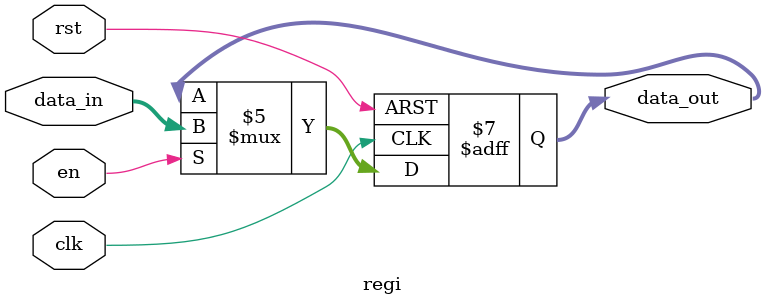
<source format=v>
`default_nettype none

module regi #(parameter N = 16)
    (
        input   wire         clk,
        input   wire         en,    
        input   wire         rst,
        input   wire [N-1:0] data_in,
        output  reg [N-1:0] data_out
    );

    always @(posedge clk or posedge rst)
    begin
        if (rst == 1) begin
            data_out <= 0;
        end
        else if (en == 1) begin
            data_out <= data_in;
        end
        else begin
            data_out <= data_out;
        end
    end
endmodule

</source>
